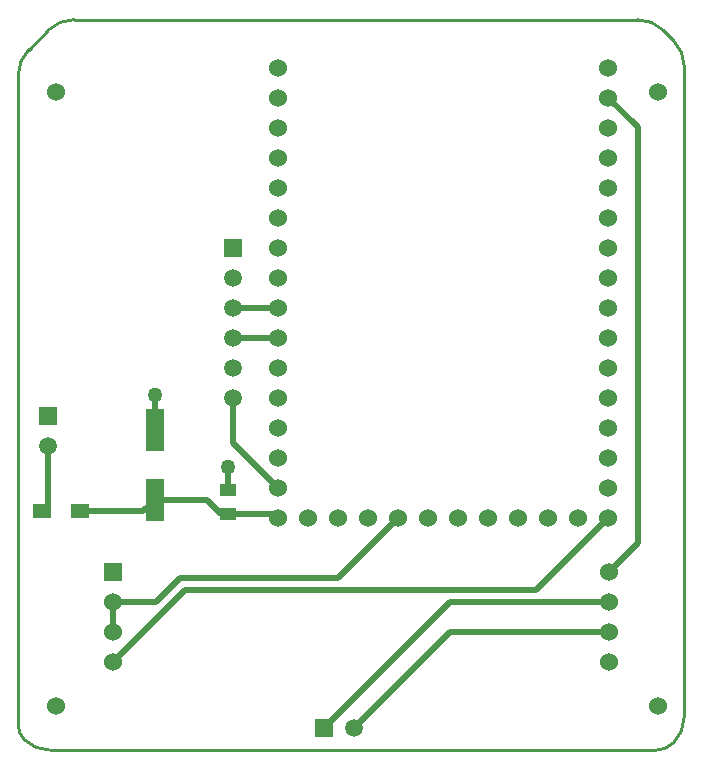
<source format=gtl>
G04 Layer_Physical_Order=1*
G04 Layer_Color=255*
%FSLAX25Y25*%
%MOIN*%
G70*
G01*
G75*
%ADD10R,0.06299X0.04724*%
G04:AMPARAMS|DCode=11|XSize=141.73mil|YSize=62.99mil|CornerRadius=7.87mil|HoleSize=0mil|Usage=FLASHONLY|Rotation=270.000|XOffset=0mil|YOffset=0mil|HoleType=Round|Shape=RoundedRectangle|*
%AMROUNDEDRECTD11*
21,1,0.14173,0.04724,0,0,270.0*
21,1,0.12598,0.06299,0,0,270.0*
1,1,0.01575,-0.02362,-0.06299*
1,1,0.01575,-0.02362,0.06299*
1,1,0.01575,0.02362,0.06299*
1,1,0.01575,0.02362,-0.06299*
%
%ADD11ROUNDEDRECTD11*%
%ADD12R,0.05512X0.04331*%
%ADD13C,0.01968*%
%ADD14C,0.01000*%
%ADD15R,0.05905X0.05905*%
%ADD16C,0.05905*%
%ADD17C,0.06000*%
%ADD18R,0.06000X0.06000*%
%ADD19R,0.05905X0.05905*%
%ADD20C,0.05000*%
D10*
X165602Y183157D02*
D03*
X153004D02*
D03*
D11*
X190500Y210228D02*
D03*
Y187000D02*
D03*
D12*
X215000Y190243D02*
D03*
Y182369D02*
D03*
D13*
X216653Y205992D02*
Y220953D01*
Y205992D02*
X231646Y191000D01*
X154848Y185001D02*
Y205000D01*
X153004Y183157D02*
X154848Y185001D01*
X165602Y183157D02*
X186657D01*
X190500Y187000D01*
X208000D01*
X212631Y182369D01*
X215000D01*
X230276D01*
X231646Y181000D01*
X216653Y240953D02*
X231598D01*
X231646Y241000D01*
X216701Y251000D02*
X231646D01*
X216653Y250953D02*
X216701Y251000D01*
X289000Y153000D02*
X342000D01*
X247000Y111000D02*
X289000Y153000D01*
Y143000D02*
X342000D01*
X257000Y111000D02*
X289000Y143000D01*
X176646Y133000D02*
X200583Y156937D01*
X317583D01*
X341646Y181000D01*
X176646Y143000D02*
Y153000D01*
X191078D01*
X198952Y160874D01*
X251520D01*
X271646Y181000D01*
X342000Y163000D02*
X351500Y172500D01*
Y311146D01*
X341646Y321000D02*
X351500Y311146D01*
X190500Y210228D02*
Y222000D01*
X215000Y190243D02*
Y198000D01*
D14*
X360035Y343464D02*
G03*
X351500Y347000I-8535J-8535D01*
G01*
X367000Y331500D02*
G03*
X363464Y340036I-12071J0D01*
G01*
Y105965D02*
G03*
X367000Y114500I-8535J8535D01*
G01*
X357515Y103500D02*
G03*
X363464Y105965I0J8414D01*
G01*
X146965Y107036D02*
G03*
X155500Y103500I8535J8535D01*
G01*
X145000Y111778D02*
G03*
X146965Y107036I6707J0D01*
G01*
X148536Y337035D02*
G03*
X145000Y328500I8535J-8535D01*
G01*
X163500Y347000D02*
G03*
X154964Y343464I0J-12071D01*
G01*
X281000Y347000D02*
X351500D01*
X360035Y343464D02*
X363464Y340036D01*
X367000Y114500D02*
Y331500D01*
X155500Y103500D02*
X357515D01*
X145000Y111778D02*
Y319500D01*
Y328500D01*
X148536Y337035D02*
X154964Y343464D01*
X163500Y347000D02*
X281000D01*
D15*
X216653Y270953D02*
D03*
X154848Y215000D02*
D03*
D16*
X216653Y260953D02*
D03*
Y250953D02*
D03*
Y240953D02*
D03*
Y230953D02*
D03*
Y220953D02*
D03*
X154848Y205000D02*
D03*
X257000Y111000D02*
D03*
D17*
X342000Y133000D02*
D03*
Y143000D02*
D03*
Y153000D02*
D03*
Y163000D02*
D03*
X176646Y153000D02*
D03*
Y143000D02*
D03*
Y133000D02*
D03*
X231646Y181000D02*
D03*
Y191000D02*
D03*
Y201000D02*
D03*
Y211000D02*
D03*
Y221000D02*
D03*
Y231000D02*
D03*
Y241000D02*
D03*
Y251000D02*
D03*
Y261000D02*
D03*
Y271000D02*
D03*
Y281000D02*
D03*
Y291000D02*
D03*
Y301000D02*
D03*
Y311000D02*
D03*
Y321000D02*
D03*
Y331000D02*
D03*
X241646Y181000D02*
D03*
X251646D02*
D03*
X261646D02*
D03*
X271646D02*
D03*
X281646D02*
D03*
X291646D02*
D03*
X301646D02*
D03*
X311646D02*
D03*
X321646D02*
D03*
X331646D02*
D03*
X341646D02*
D03*
Y191000D02*
D03*
Y201000D02*
D03*
Y211000D02*
D03*
Y221000D02*
D03*
Y231000D02*
D03*
Y241000D02*
D03*
Y251000D02*
D03*
Y261000D02*
D03*
Y271000D02*
D03*
Y281000D02*
D03*
Y291000D02*
D03*
Y301000D02*
D03*
Y311000D02*
D03*
Y321000D02*
D03*
Y331000D02*
D03*
X157480Y118110D02*
D03*
X358268D02*
D03*
X157480Y322835D02*
D03*
X358268D02*
D03*
D18*
X176646Y163000D02*
D03*
D19*
X247000Y111000D02*
D03*
D20*
X215000Y198000D02*
D03*
X190500Y222000D02*
D03*
M02*

</source>
